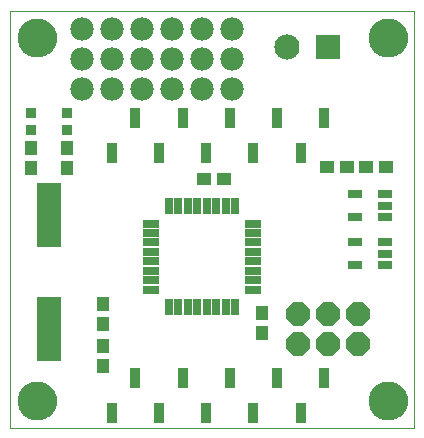
<source format=gts>
G75*
G70*
%OFA0B0*%
%FSLAX24Y24*%
%IPPOS*%
%LPD*%
%AMOC8*
5,1,8,0,0,1.08239X$1,22.5*
%
%ADD10C,0.0000*%
%ADD11C,0.1300*%
%ADD12R,0.0260X0.0540*%
%ADD13R,0.0540X0.0260*%
%ADD14R,0.0512X0.0257*%
%ADD15R,0.0355X0.0355*%
%ADD16R,0.0434X0.0473*%
%ADD17R,0.0473X0.0434*%
%ADD18R,0.0840X0.0840*%
%ADD19C,0.0840*%
%ADD20OC8,0.0780*%
%ADD21C,0.0780*%
%ADD22R,0.0375X0.0709*%
%ADD23R,0.0800X0.2140*%
D10*
X000567Y000150D02*
X000567Y014046D01*
X014037Y014046D01*
X014037Y000150D01*
X000567Y000150D01*
X000837Y001050D02*
X000839Y001100D01*
X000845Y001150D01*
X000855Y001199D01*
X000869Y001247D01*
X000886Y001294D01*
X000907Y001339D01*
X000932Y001383D01*
X000960Y001424D01*
X000992Y001463D01*
X001026Y001500D01*
X001063Y001534D01*
X001103Y001564D01*
X001145Y001591D01*
X001189Y001615D01*
X001235Y001636D01*
X001282Y001652D01*
X001330Y001665D01*
X001380Y001674D01*
X001429Y001679D01*
X001480Y001680D01*
X001530Y001677D01*
X001579Y001670D01*
X001628Y001659D01*
X001676Y001644D01*
X001722Y001626D01*
X001767Y001604D01*
X001810Y001578D01*
X001851Y001549D01*
X001890Y001517D01*
X001926Y001482D01*
X001958Y001444D01*
X001988Y001404D01*
X002015Y001361D01*
X002038Y001317D01*
X002057Y001271D01*
X002073Y001223D01*
X002085Y001174D01*
X002093Y001125D01*
X002097Y001075D01*
X002097Y001025D01*
X002093Y000975D01*
X002085Y000926D01*
X002073Y000877D01*
X002057Y000829D01*
X002038Y000783D01*
X002015Y000739D01*
X001988Y000696D01*
X001958Y000656D01*
X001926Y000618D01*
X001890Y000583D01*
X001851Y000551D01*
X001810Y000522D01*
X001767Y000496D01*
X001722Y000474D01*
X001676Y000456D01*
X001628Y000441D01*
X001579Y000430D01*
X001530Y000423D01*
X001480Y000420D01*
X001429Y000421D01*
X001380Y000426D01*
X001330Y000435D01*
X001282Y000448D01*
X001235Y000464D01*
X001189Y000485D01*
X001145Y000509D01*
X001103Y000536D01*
X001063Y000566D01*
X001026Y000600D01*
X000992Y000637D01*
X000960Y000676D01*
X000932Y000717D01*
X000907Y000761D01*
X000886Y000806D01*
X000869Y000853D01*
X000855Y000901D01*
X000845Y000950D01*
X000839Y001000D01*
X000837Y001050D01*
X000837Y013150D02*
X000839Y013200D01*
X000845Y013250D01*
X000855Y013299D01*
X000869Y013347D01*
X000886Y013394D01*
X000907Y013439D01*
X000932Y013483D01*
X000960Y013524D01*
X000992Y013563D01*
X001026Y013600D01*
X001063Y013634D01*
X001103Y013664D01*
X001145Y013691D01*
X001189Y013715D01*
X001235Y013736D01*
X001282Y013752D01*
X001330Y013765D01*
X001380Y013774D01*
X001429Y013779D01*
X001480Y013780D01*
X001530Y013777D01*
X001579Y013770D01*
X001628Y013759D01*
X001676Y013744D01*
X001722Y013726D01*
X001767Y013704D01*
X001810Y013678D01*
X001851Y013649D01*
X001890Y013617D01*
X001926Y013582D01*
X001958Y013544D01*
X001988Y013504D01*
X002015Y013461D01*
X002038Y013417D01*
X002057Y013371D01*
X002073Y013323D01*
X002085Y013274D01*
X002093Y013225D01*
X002097Y013175D01*
X002097Y013125D01*
X002093Y013075D01*
X002085Y013026D01*
X002073Y012977D01*
X002057Y012929D01*
X002038Y012883D01*
X002015Y012839D01*
X001988Y012796D01*
X001958Y012756D01*
X001926Y012718D01*
X001890Y012683D01*
X001851Y012651D01*
X001810Y012622D01*
X001767Y012596D01*
X001722Y012574D01*
X001676Y012556D01*
X001628Y012541D01*
X001579Y012530D01*
X001530Y012523D01*
X001480Y012520D01*
X001429Y012521D01*
X001380Y012526D01*
X001330Y012535D01*
X001282Y012548D01*
X001235Y012564D01*
X001189Y012585D01*
X001145Y012609D01*
X001103Y012636D01*
X001063Y012666D01*
X001026Y012700D01*
X000992Y012737D01*
X000960Y012776D01*
X000932Y012817D01*
X000907Y012861D01*
X000886Y012906D01*
X000869Y012953D01*
X000855Y013001D01*
X000845Y013050D01*
X000839Y013100D01*
X000837Y013150D01*
X012537Y013150D02*
X012539Y013200D01*
X012545Y013250D01*
X012555Y013299D01*
X012569Y013347D01*
X012586Y013394D01*
X012607Y013439D01*
X012632Y013483D01*
X012660Y013524D01*
X012692Y013563D01*
X012726Y013600D01*
X012763Y013634D01*
X012803Y013664D01*
X012845Y013691D01*
X012889Y013715D01*
X012935Y013736D01*
X012982Y013752D01*
X013030Y013765D01*
X013080Y013774D01*
X013129Y013779D01*
X013180Y013780D01*
X013230Y013777D01*
X013279Y013770D01*
X013328Y013759D01*
X013376Y013744D01*
X013422Y013726D01*
X013467Y013704D01*
X013510Y013678D01*
X013551Y013649D01*
X013590Y013617D01*
X013626Y013582D01*
X013658Y013544D01*
X013688Y013504D01*
X013715Y013461D01*
X013738Y013417D01*
X013757Y013371D01*
X013773Y013323D01*
X013785Y013274D01*
X013793Y013225D01*
X013797Y013175D01*
X013797Y013125D01*
X013793Y013075D01*
X013785Y013026D01*
X013773Y012977D01*
X013757Y012929D01*
X013738Y012883D01*
X013715Y012839D01*
X013688Y012796D01*
X013658Y012756D01*
X013626Y012718D01*
X013590Y012683D01*
X013551Y012651D01*
X013510Y012622D01*
X013467Y012596D01*
X013422Y012574D01*
X013376Y012556D01*
X013328Y012541D01*
X013279Y012530D01*
X013230Y012523D01*
X013180Y012520D01*
X013129Y012521D01*
X013080Y012526D01*
X013030Y012535D01*
X012982Y012548D01*
X012935Y012564D01*
X012889Y012585D01*
X012845Y012609D01*
X012803Y012636D01*
X012763Y012666D01*
X012726Y012700D01*
X012692Y012737D01*
X012660Y012776D01*
X012632Y012817D01*
X012607Y012861D01*
X012586Y012906D01*
X012569Y012953D01*
X012555Y013001D01*
X012545Y013050D01*
X012539Y013100D01*
X012537Y013150D01*
X012537Y001050D02*
X012539Y001100D01*
X012545Y001150D01*
X012555Y001199D01*
X012569Y001247D01*
X012586Y001294D01*
X012607Y001339D01*
X012632Y001383D01*
X012660Y001424D01*
X012692Y001463D01*
X012726Y001500D01*
X012763Y001534D01*
X012803Y001564D01*
X012845Y001591D01*
X012889Y001615D01*
X012935Y001636D01*
X012982Y001652D01*
X013030Y001665D01*
X013080Y001674D01*
X013129Y001679D01*
X013180Y001680D01*
X013230Y001677D01*
X013279Y001670D01*
X013328Y001659D01*
X013376Y001644D01*
X013422Y001626D01*
X013467Y001604D01*
X013510Y001578D01*
X013551Y001549D01*
X013590Y001517D01*
X013626Y001482D01*
X013658Y001444D01*
X013688Y001404D01*
X013715Y001361D01*
X013738Y001317D01*
X013757Y001271D01*
X013773Y001223D01*
X013785Y001174D01*
X013793Y001125D01*
X013797Y001075D01*
X013797Y001025D01*
X013793Y000975D01*
X013785Y000926D01*
X013773Y000877D01*
X013757Y000829D01*
X013738Y000783D01*
X013715Y000739D01*
X013688Y000696D01*
X013658Y000656D01*
X013626Y000618D01*
X013590Y000583D01*
X013551Y000551D01*
X013510Y000522D01*
X013467Y000496D01*
X013422Y000474D01*
X013376Y000456D01*
X013328Y000441D01*
X013279Y000430D01*
X013230Y000423D01*
X013180Y000420D01*
X013129Y000421D01*
X013080Y000426D01*
X013030Y000435D01*
X012982Y000448D01*
X012935Y000464D01*
X012889Y000485D01*
X012845Y000509D01*
X012803Y000536D01*
X012763Y000566D01*
X012726Y000600D01*
X012692Y000637D01*
X012660Y000676D01*
X012632Y000717D01*
X012607Y000761D01*
X012586Y000806D01*
X012569Y000853D01*
X012555Y000901D01*
X012545Y000950D01*
X012539Y001000D01*
X012537Y001050D01*
D11*
X013167Y001050D03*
X013167Y013150D03*
X001467Y013150D03*
X001467Y001050D03*
D12*
X005864Y004160D03*
X006179Y004160D03*
X006494Y004160D03*
X006809Y004160D03*
X007124Y004160D03*
X007439Y004160D03*
X007754Y004160D03*
X008069Y004160D03*
X008069Y007540D03*
X007754Y007540D03*
X007439Y007540D03*
X007124Y007540D03*
X006809Y007540D03*
X006494Y007540D03*
X006179Y007540D03*
X005864Y007540D03*
D13*
X005277Y006952D03*
X005277Y006637D03*
X005277Y006322D03*
X005277Y006007D03*
X005277Y005693D03*
X005277Y005378D03*
X005277Y005063D03*
X005277Y004748D03*
X008657Y004748D03*
X008657Y005063D03*
X008657Y005378D03*
X008657Y005693D03*
X008657Y006007D03*
X008657Y006322D03*
X008657Y006637D03*
X008657Y006952D03*
D14*
X012055Y007176D03*
X012055Y007924D03*
X013079Y007924D03*
X013079Y007550D03*
X013079Y007176D03*
X013079Y006324D03*
X013079Y005950D03*
X013079Y005576D03*
X012055Y005576D03*
X012055Y006324D03*
D15*
X002467Y010055D03*
X002467Y010645D03*
X001267Y010645D03*
X001267Y010055D03*
D16*
X001267Y009485D03*
X001267Y008815D03*
X002467Y008815D03*
X002467Y009485D03*
X003667Y004285D03*
X003667Y003615D03*
X003667Y002885D03*
X003667Y002215D03*
X008967Y003315D03*
X008967Y003985D03*
D17*
X007701Y008450D03*
X007032Y008450D03*
X011132Y008850D03*
X011801Y008850D03*
X012432Y008850D03*
X013101Y008850D03*
D18*
X011167Y012850D03*
D19*
X009789Y012850D03*
D20*
X010167Y003950D03*
X011167Y003950D03*
X012167Y003950D03*
X012167Y002950D03*
X011167Y002950D03*
X010167Y002950D03*
D21*
X007967Y011450D03*
X007967Y012450D03*
X007967Y013450D03*
X006967Y013450D03*
X006967Y012450D03*
X006967Y011450D03*
X005967Y011450D03*
X005967Y012450D03*
X005967Y013450D03*
X004967Y013450D03*
X004967Y012450D03*
X004967Y011450D03*
X003967Y011450D03*
X003967Y012450D03*
X003967Y013450D03*
X002967Y013450D03*
X002967Y012450D03*
X002967Y011450D03*
D22*
X004741Y010471D03*
X003954Y009290D03*
X005529Y009290D03*
X006316Y010471D03*
X007104Y009290D03*
X007891Y010471D03*
X008678Y009290D03*
X009466Y010471D03*
X010253Y009290D03*
X011041Y010471D03*
X011041Y001810D03*
X010253Y000629D03*
X009466Y001810D03*
X008678Y000629D03*
X007891Y001810D03*
X007104Y000629D03*
X006316Y001810D03*
X005529Y000629D03*
X004741Y001810D03*
X003954Y000629D03*
D23*
X001867Y003450D03*
X001867Y007250D03*
M02*

</source>
